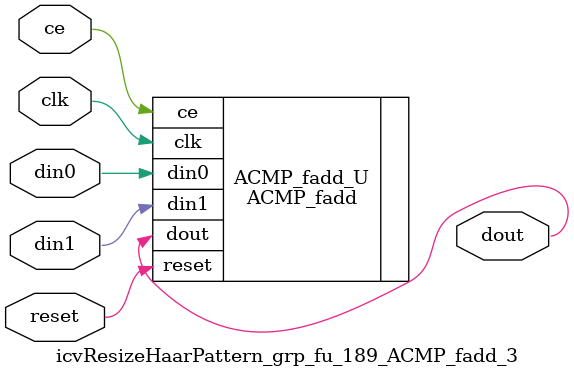
<source format=v>

`timescale 1 ns / 1 ps
module icvResizeHaarPattern_grp_fu_189_ACMP_fadd_3(
    clk,
    reset,
    ce,
    din0,
    din1,
    dout);

parameter ID = 32'd1;
parameter NUM_STAGE = 32'd1;
parameter din0_WIDTH = 32'd1;
parameter din1_WIDTH = 32'd1;
parameter dout_WIDTH = 32'd1;
input clk;
input reset;
input ce;
input[din0_WIDTH - 1:0] din0;
input[din1_WIDTH - 1:0] din1;
output[dout_WIDTH - 1:0] dout;



ACMP_fadd #(
.ID( ID ),
.NUM_STAGE( 4 ),
.din0_WIDTH( din0_WIDTH ),
.din1_WIDTH( din1_WIDTH ),
.dout_WIDTH( dout_WIDTH ))
ACMP_fadd_U(
    .clk( clk ),
    .reset( reset ),
    .ce( ce ),
    .din0( din0 ),
    .din1( din1 ),
    .dout( dout ));

endmodule

</source>
